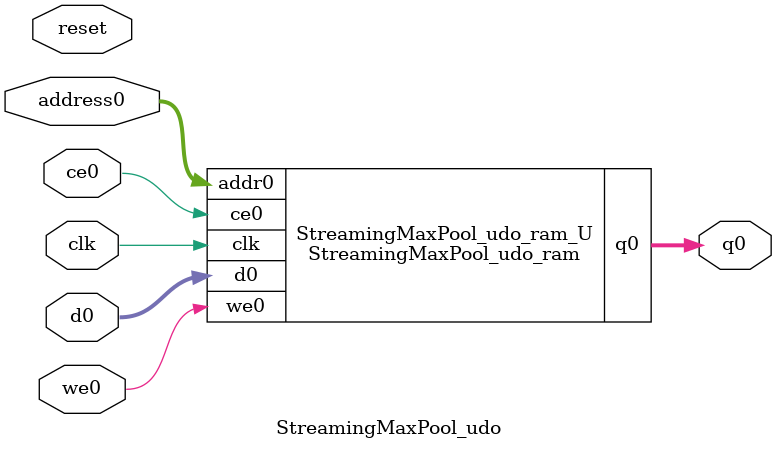
<source format=v>

`timescale 1 ns / 1 ps
module StreamingMaxPool_udo_ram (addr0, ce0, d0, we0, q0,  clk);

parameter DWIDTH = 2;
parameter AWIDTH = 4;
parameter MEM_SIZE = 14;

input[AWIDTH-1:0] addr0;
input ce0;
input[DWIDTH-1:0] d0;
input we0;
output reg[DWIDTH-1:0] q0;
input clk;

(* ram_style = "distributed" *)reg [DWIDTH-1:0] ram[0:MEM_SIZE-1];




always @(posedge clk)  
begin 
    if (ce0) 
    begin
        if (we0) 
        begin 
            ram[addr0] <= d0; 
            q0 <= d0;
        end 
        else 
            q0 <= ram[addr0];
    end
end


endmodule


`timescale 1 ns / 1 ps
module StreamingMaxPool_udo(
    reset,
    clk,
    address0,
    ce0,
    we0,
    d0,
    q0);

parameter DataWidth = 32'd2;
parameter AddressRange = 32'd14;
parameter AddressWidth = 32'd4;
input reset;
input clk;
input[AddressWidth - 1:0] address0;
input ce0;
input we0;
input[DataWidth - 1:0] d0;
output[DataWidth - 1:0] q0;



StreamingMaxPool_udo_ram StreamingMaxPool_udo_ram_U(
    .clk( clk ),
    .addr0( address0 ),
    .ce0( ce0 ),
    .we0( we0 ),
    .d0( d0 ),
    .q0( q0 ));

endmodule


</source>
